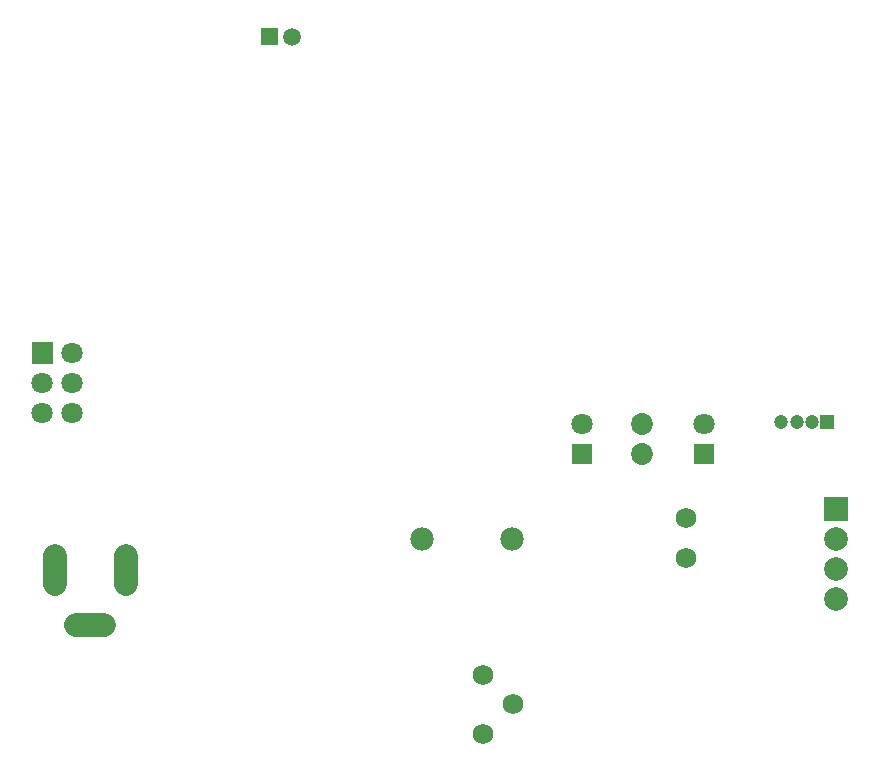
<source format=gbs>
G04 Layer: BottomSolderMaskLayer*
G04 EasyEDA v6.4.7, 2020-10-11T20:05:18--4:00*
G04 e6b0d2e49f2c434995fed72e9f85cac0,1eb4b4baf0c945e885b29d49d8d6ac6e,10*
G04 Gerber Generator version 0.2*
G04 Scale: 100 percent, Rotated: No, Reflected: No *
G04 Dimensions in millimeters *
G04 leading zeros omitted , absolute positions ,3 integer and 3 decimal *
%FSLAX33Y33*%
%MOMM*%
G90*
D02*

%ADD56C,2.003196*%
%ADD69C,1.203198*%
%ADD77C,1.727200*%
%ADD78C,1.981200*%
%ADD80C,1.503197*%
%ADD83R,1.803197X1.727200*%
%ADD84C,1.803197*%
%ADD85C,1.854200*%

%LPD*%
G54D56*
G01X9732Y19554D02*
G01X9732Y17154D01*
G01X3733Y17154D02*
G01X3733Y19554D01*
G01X7933Y13653D02*
G01X5533Y13653D01*
G36*
G01X68533Y30261D02*
G01X68533Y31464D01*
G01X69737Y31464D01*
G01X69737Y30261D01*
G01X68533Y30261D01*
G37*
G54D69*
G01X67834Y30863D03*
G01X66535Y30863D03*
G01X65235Y30863D03*
G54D77*
G01X42526Y6986D03*
G01X40027Y4486D03*
G01X40027Y9486D03*
G54D78*
G01X34810Y20957D03*
G01X42409Y20957D03*
G54D77*
G01X57152Y22783D03*
G01X57152Y19383D03*
G36*
G01X21160Y62750D02*
G01X21160Y64253D01*
G01X22663Y64253D01*
G01X22663Y62750D01*
G01X21160Y62750D01*
G37*
G54D80*
G01X23811Y63502D03*
G36*
G01X68851Y22496D02*
G01X68851Y24497D01*
G01X70852Y24497D01*
G01X70852Y22496D01*
G01X68851Y22496D01*
G37*
G54D56*
G01X69852Y20957D03*
G01X69852Y18417D03*
G01X69852Y15877D03*
G54D83*
G01X48389Y28196D03*
G54D84*
G01X48389Y30736D03*
G54D85*
G01X53469Y28196D03*
G01X53469Y30736D03*
G54D83*
G01X58676Y28196D03*
G54D84*
G01X58676Y30736D03*
G01X5209Y31625D03*
G01X2669Y31625D03*
G01X5209Y34165D03*
G01X2669Y34165D03*
G01X5209Y36705D03*
G36*
G01X1767Y35803D02*
G01X1767Y37606D01*
G01X3570Y37606D01*
G01X3570Y35803D01*
G01X1767Y35803D01*
G37*
M00*
M02*

</source>
